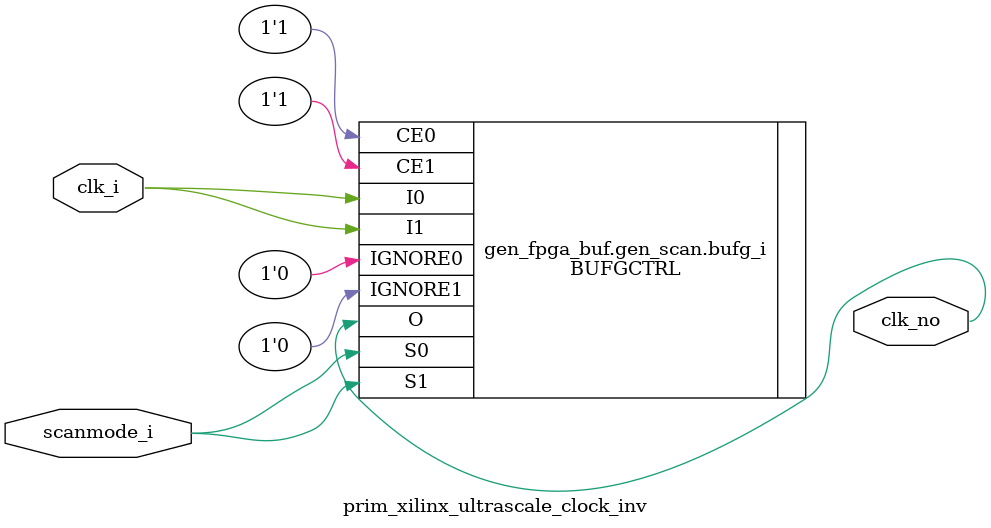
<source format=sv>

module prim_xilinx_ultrascale_clock_inv #(
  parameter bit HasScanMode = 1'b1,
  parameter bit NoFpgaBufG = 1'b0
) (
  input clk_i,
  input scanmode_i,
  output logic clk_no    // Inverted
);

  if (NoFpgaBufG) begin : gen_no_fpga_buf
    if (HasScanMode) begin : gen_scan
      assign clk_no = scanmode_i ? clk_i : ~clk_i;
    end else begin : gen_no_scan
      assign clk_no = clk_i;
    end
  end else begin : gen_fpga_buf
    if (HasScanMode) begin : gen_scan
      BUFGCTRL #(
        .IS_I0_INVERTED(1'b1),
        .IS_S0_INVERTED(1'b1)
      ) bufg_i (
        .I0(clk_i),
        .I1(clk_i),
        .CE0(1'b1),
        .CE1(1'b1),
        .IGNORE0(1'b0),
        .IGNORE1(1'b0),
        .S0(scanmode_i),
        .S1(scanmode_i),
        .O(clk_no)
      );
    end else begin : gen_no_scan
      logic unused_scanmode;
      assign unused_scanmode = scanmode_i;

      BUFGCE #(
        .IS_I_INVERTED(1'b1)
      ) bufg_i (
        .I(clk_i),
        .CE(1'b1),
        .O(clk_no)
      );
    end
  end


endmodule

</source>
